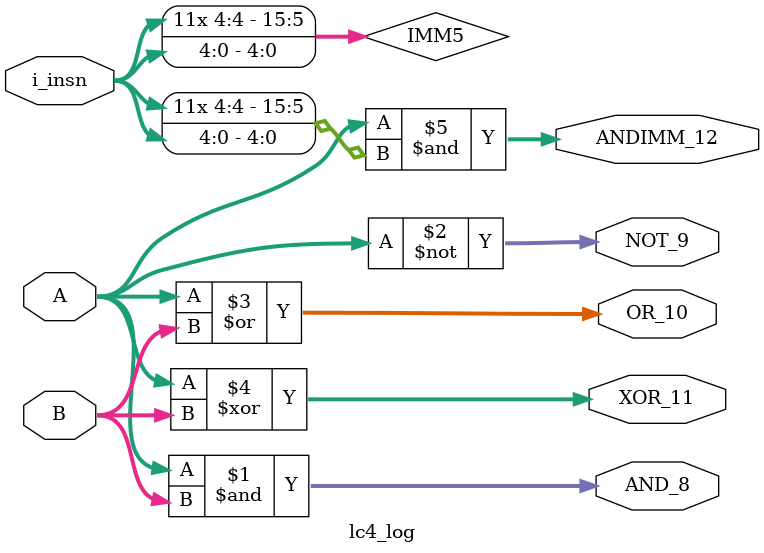
<source format=v>
module lc4_log(input  wire [15:0] A, B, i_insn,
               output  wire [15:0] AND_8, NOT_9, OR_10, XOR_11, ANDIMM_12);

    wire [15:0] IMM5;
    assign IMM5 = {{12{i_insn[4]}}, i_insn[3:0]};
    
    assign AND_8 = A & B;
    assign NOT_9 = ~A;
    assign OR_10 = A | B;
    assign XOR_11 = A^B;
    assign ANDIMM_12 = A & IMM5;
    
endmodule

</source>
